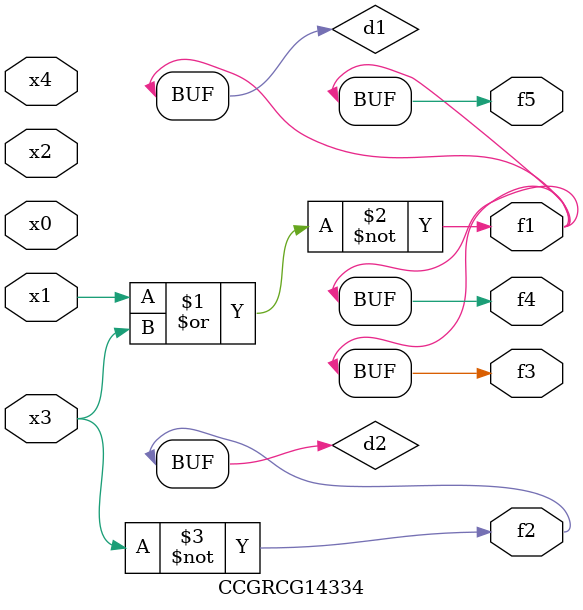
<source format=v>
module CCGRCG14334(
	input x0, x1, x2, x3, x4,
	output f1, f2, f3, f4, f5
);

	wire d1, d2;

	nor (d1, x1, x3);
	not (d2, x3);
	assign f1 = d1;
	assign f2 = d2;
	assign f3 = d1;
	assign f4 = d1;
	assign f5 = d1;
endmodule

</source>
